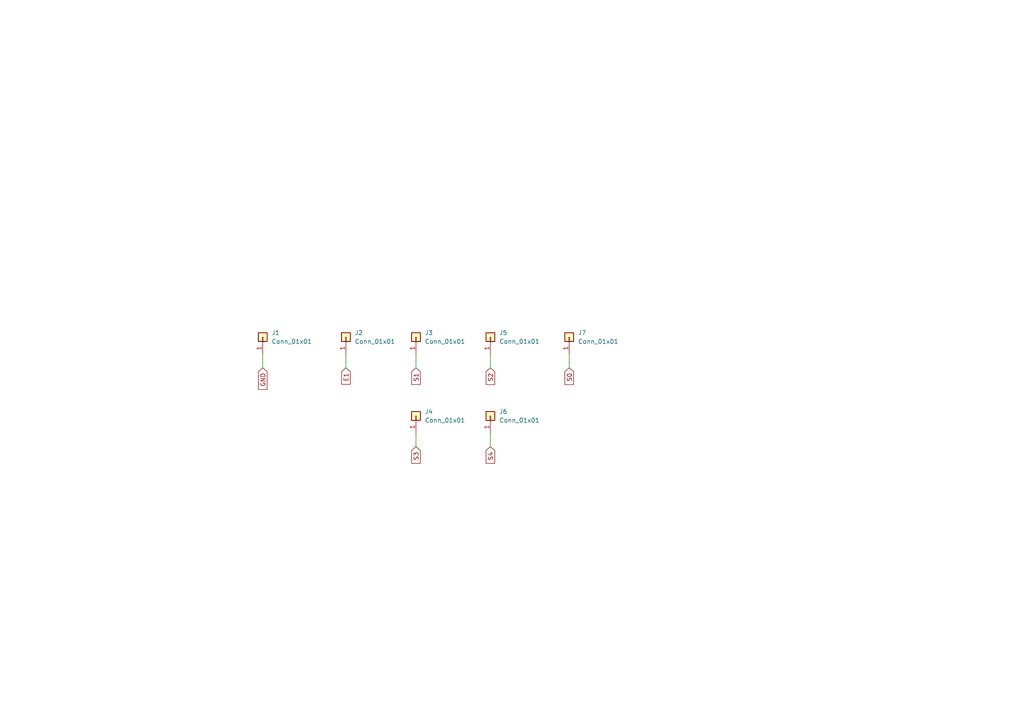
<source format=kicad_sch>
(kicad_sch (version 20211123) (generator eeschema)
  (paper "A4")
  (lib_symbols
    (symbol "Connector_Generic:Conn_01x01" (pin_names (offset 1.016) hide)
      (property "Reference" "J" (at 0 2.54 0))
      (property "Value" "Conn_01x01" (at 0 -2.54 0))
      (symbol "Conn_01x01_1_1"
        (rectangle (start -1.27 0.127) (end 0 -0.127) (stroke (width 0.1524)))
        (rectangle (start -1.27 1.27) (end 1.27 -1.27) (stroke (width 0.254)) (fill (type background)))
        (pin passive line (at -5.08 0 0) (length 3.81) (name "Pin_1") (number "1"))
      )
    )
  )
  (wire (pts (xy 76.2 102.87) (xy 76.2 106.68)))
  (wire (pts (xy 120.65 125.73) (xy 120.65 129.54)))
  (wire (pts (xy 142.24 102.87) (xy 142.24 106.68)))
  (wire (pts (xy 120.65 102.87) (xy 120.65 106.68)))
  (wire (pts (xy 100.33 102.87) (xy 100.33 106.68)))
  (wire (pts (xy 165.1 102.87) (xy 165.1 106.68)))
  (wire (pts (xy 142.24 125.73) (xy 142.24 129.54)))
  (global_label "GND" (shape input) (at 76.2 106.68 270) (property "Intersheet References" "${INTERSHEET_REFS}" (effects hide)))
  (global_label "E1" (shape input) (at 100.33 106.68 270) (property "Intersheet References" "${INTERSHEET_REFS}" (effects hide)))
  (global_label "S0" (shape input) (at 165.1 106.68 270) (property "Intersheet References" "${INTERSHEET_REFS}" (effects hide)))
  (global_label "S1" (shape input) (at 120.65 106.68 270) (property "Intersheet References" "${INTERSHEET_REFS}" (effects hide)))
  (global_label "S4" (shape input) (at 142.24 129.54 270) (property "Intersheet References" "${INTERSHEET_REFS}" (effects hide)))
  (global_label "S3" (shape input) (at 120.65 129.54 270) (property "Intersheet References" "${INTERSHEET_REFS}" (effects hide)))
  (global_label "S2" (shape input) (at 142.24 106.68 270) (property "Intersheet References" "${INTERSHEET_REFS}" (effects hide)))
  (symbol (lib_id "Connector_Generic:Conn_01x01") (at 165.1 97.79 90) (unit 1)
    (property "Reference" "J7" (at 167.64 96.5199 90) (effects (justify right)))
    (property "Value" "Conn_01x01" (at 167.64 99.0599 90) (effects (justify right)))
    (property "Footprint" "Connector_PinHeader_2.54mm:PinHeader_1x01_P2.54mm_Vertical" (effects hide))
  )
  (symbol (lib_id "Connector_Generic:Conn_01x01") (at 142.24 120.65 90) (unit 1)
    (property "Reference" "J6" (at 144.78 119.3799 90) (effects (justify right)))
    (property "Value" "Conn_01x01" (at 144.78 121.9199 90) (effects (justify right)))
    (property "Footprint" "Connector_PinHeader_2.54mm:PinHeader_1x01_P2.54mm_Vertical" (effects hide))
  )
  (symbol (lib_id "Connector_Generic:Conn_01x01") (at 120.65 120.65 90) (unit 1)
    (property "Reference" "J4" (at 123.19 119.3799 90) (effects (justify right)))
    (property "Value" "Conn_01x01" (at 123.19 121.9199 90) (effects (justify right)))
    (property "Footprint" "Connector_PinHeader_2.54mm:PinHeader_1x01_P2.54mm_Vertical" (effects hide))
  )
  (symbol (lib_id "Connector_Generic:Conn_01x01") (at 76.2 97.79 90) (unit 1)
    (property "Reference" "J1" (at 78.74 96.5199 90) (effects (justify right)))
    (property "Value" "Conn_01x01" (at 78.74 99.0599 90) (effects (justify right)))
    (property "Footprint" "Connector_PinHeader_2.54mm:PinHeader_1x01_P2.54mm_Vertical" (effects hide))
  )
  (symbol (lib_id "Connector_Generic:Conn_01x01") (at 100.33 97.79 90) (unit 1)
    (property "Reference" "J2" (at 102.87 96.5199 90) (effects (justify right)))
    (property "Value" "Conn_01x01" (at 102.87 99.0599 90) (effects (justify right)))
    (property "Footprint" "Connector_PinHeader_2.54mm:PinHeader_1x01_P2.54mm_Vertical" (effects hide))
  )
  (symbol (lib_id "Connector_Generic:Conn_01x01") (at 120.65 97.79 90) (unit 1)
    (property "Reference" "J3" (at 123.19 96.5199 90) (effects (justify right)))
    (property "Value" "Conn_01x01" (at 123.19 99.0599 90) (effects (justify right)))
    (property "Footprint" "Connector_PinHeader_2.54mm:PinHeader_1x01_P2.54mm_Vertical" (effects hide))
  )
  (symbol (lib_id "Connector_Generic:Conn_01x01") (at 142.24 97.79 90) (unit 1)
    (property "Reference" "J5" (at 144.78 96.5199 90) (effects (justify right)))
    (property "Value" "Conn_01x01" (at 144.78 99.0599 90) (effects (justify right)))
    (property "Footprint" "Connector_PinHeader_2.54mm:PinHeader_1x01_P2.54mm_Vertical" (effects hide))
  )
)
</source>
